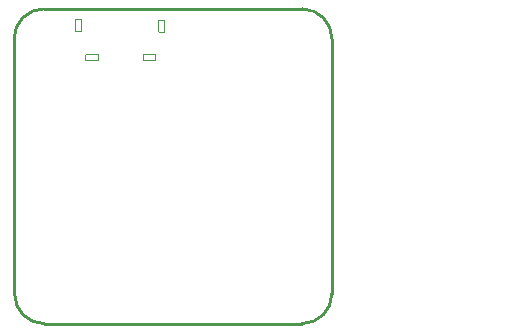
<source format=gko>
G04*
G04 #@! TF.GenerationSoftware,Altium Limited,Altium Designer,19.1.7 (138)*
G04*
G04 Layer_Color=16711935*
%FSLAX44Y44*%
%MOMM*%
G71*
G01*
G75*
%ADD43C,0.2540*%
%ADD55C,0.0254*%
G36*
X1367790Y864870D02*
D01*
D02*
G37*
G36*
X1377950Y889000D02*
D01*
D02*
G37*
D43*
X950468Y672846D02*
G03*
X975613Y647701I25145J0D01*
G01*
X1194054Y647700D02*
G03*
X1219199Y672845I0J25145D01*
G01*
X1219200Y889000D02*
G03*
X1194055Y914145I-25145J0D01*
G01*
X975360Y914146D02*
G03*
X950215Y889001I0J-25145D01*
G01*
Y673099D02*
Y889001D01*
X975361Y914145D02*
X1194055D01*
X1219199Y672845D02*
Y888999D01*
X975613Y647701D02*
X1194053D01*
D55*
X1010412Y870585D02*
Y875411D01*
X1010666Y875665D01*
X1020826D01*
X1010412Y870585D02*
X1015746D01*
X1020826Y870839D02*
Y875665D01*
X1020572Y870585D02*
X1020826Y870839D01*
X1015746Y870585D02*
X1020572D01*
X1064768D02*
X1069594D01*
X1069848Y870839D01*
Y875665D01*
X1059434Y870585D02*
X1064768D01*
X1059688Y875665D02*
X1069848D01*
X1059434Y875411D02*
X1059688Y875665D01*
X1059434Y870585D02*
Y875411D01*
X1072261Y905002D02*
X1077341D01*
Y894842D02*
Y905002D01*
X1072261Y899922D02*
Y905002D01*
X1072515Y894842D02*
X1077341D01*
X1072261Y895096D02*
X1072515Y894842D01*
X1072261Y895096D02*
Y899922D01*
X1002030Y895350D02*
Y900176D01*
Y895350D02*
X1002284Y895096D01*
X1007110D01*
X1002030Y900176D02*
Y905510D01*
X1007110Y895096D02*
Y905256D01*
X1006856Y905510D02*
X1007110Y905256D01*
X1002030Y905510D02*
X1006856D01*
M02*

</source>
